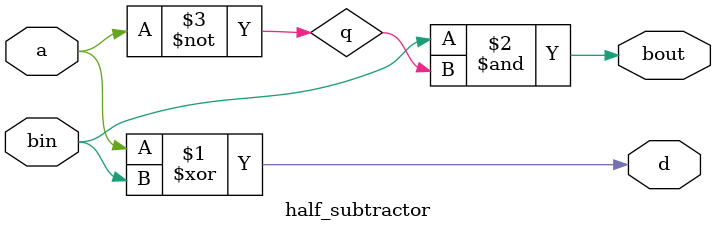
<source format=v>
`timescale 1ns / 1ps


module half_subtractor(a,bin,d,bout);
input a,bin;
output d,bout;
wire q;
xor g1(d,a,bin);
not g2(q,a);
and g3(bout,bin,q);
endmodule

</source>
